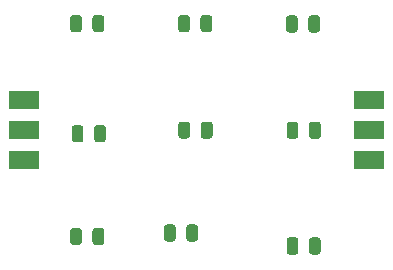
<source format=gbr>
G04 #@! TF.GenerationSoftware,KiCad,Pcbnew,5.1.9*
G04 #@! TF.CreationDate,2021-02-09T21:20:18+01:00*
G04 #@! TF.ProjectId,matrix_ws2812bmini_caps,6d617472-6978-45f7-9773-32383132626d,1*
G04 #@! TF.SameCoordinates,Original*
G04 #@! TF.FileFunction,Soldermask,Bot*
G04 #@! TF.FilePolarity,Negative*
%FSLAX46Y46*%
G04 Gerber Fmt 4.6, Leading zero omitted, Abs format (unit mm)*
G04 Created by KiCad (PCBNEW 5.1.9) date 2021-02-09 21:20:18*
%MOMM*%
%LPD*%
G01*
G04 APERTURE LIST*
%ADD10R,2.540000X1.524000*%
G04 APERTURE END LIST*
D10*
X1400000Y-13460000D03*
X1400000Y-18540000D03*
X1400000Y-16000000D03*
X30600000Y-13440000D03*
X30600000Y-18520000D03*
X30600000Y-15980000D03*
G36*
G01*
X15100000Y-25175000D02*
X15100000Y-24225000D01*
G75*
G02*
X15350000Y-23975000I250000J0D01*
G01*
X15850000Y-23975000D01*
G75*
G02*
X16100000Y-24225000I0J-250000D01*
G01*
X16100000Y-25175000D01*
G75*
G02*
X15850000Y-25425000I-250000J0D01*
G01*
X15350000Y-25425000D01*
G75*
G02*
X15100000Y-25175000I0J250000D01*
G01*
G37*
G36*
G01*
X13200000Y-25175000D02*
X13200000Y-24225000D01*
G75*
G02*
X13450000Y-23975000I250000J0D01*
G01*
X13950000Y-23975000D01*
G75*
G02*
X14200000Y-24225000I0J-250000D01*
G01*
X14200000Y-25175000D01*
G75*
G02*
X13950000Y-25425000I-250000J0D01*
G01*
X13450000Y-25425000D01*
G75*
G02*
X13200000Y-25175000I0J250000D01*
G01*
G37*
G36*
G01*
X5265001Y-7449999D02*
X5265001Y-6499999D01*
G75*
G02*
X5515001Y-6249999I250000J0D01*
G01*
X6015001Y-6249999D01*
G75*
G02*
X6265001Y-6499999I0J-250000D01*
G01*
X6265001Y-7449999D01*
G75*
G02*
X6015001Y-7699999I-250000J0D01*
G01*
X5515001Y-7699999D01*
G75*
G02*
X5265001Y-7449999I0J250000D01*
G01*
G37*
G36*
G01*
X7165001Y-7449999D02*
X7165001Y-6499999D01*
G75*
G02*
X7415001Y-6249999I250000J0D01*
G01*
X7915001Y-6249999D01*
G75*
G02*
X8165001Y-6499999I0J-250000D01*
G01*
X8165001Y-7449999D01*
G75*
G02*
X7915001Y-7699999I-250000J0D01*
G01*
X7415001Y-7699999D01*
G75*
G02*
X7165001Y-7449999I0J250000D01*
G01*
G37*
G36*
G01*
X14432500Y-16459999D02*
X14432500Y-15509999D01*
G75*
G02*
X14682500Y-15259999I250000J0D01*
G01*
X15182500Y-15259999D01*
G75*
G02*
X15432500Y-15509999I0J-250000D01*
G01*
X15432500Y-16459999D01*
G75*
G02*
X15182500Y-16709999I-250000J0D01*
G01*
X14682500Y-16709999D01*
G75*
G02*
X14432500Y-16459999I0J250000D01*
G01*
G37*
G36*
G01*
X16332500Y-16459999D02*
X16332500Y-15509999D01*
G75*
G02*
X16582500Y-15259999I250000J0D01*
G01*
X17082500Y-15259999D01*
G75*
G02*
X17332500Y-15509999I0J-250000D01*
G01*
X17332500Y-16459999D01*
G75*
G02*
X17082500Y-16709999I-250000J0D01*
G01*
X16582500Y-16709999D01*
G75*
G02*
X16332500Y-16459999I0J250000D01*
G01*
G37*
G36*
G01*
X23600000Y-26275000D02*
X23600000Y-25325000D01*
G75*
G02*
X23850000Y-25075000I250000J0D01*
G01*
X24350000Y-25075000D01*
G75*
G02*
X24600000Y-25325000I0J-250000D01*
G01*
X24600000Y-26275000D01*
G75*
G02*
X24350000Y-26525000I-250000J0D01*
G01*
X23850000Y-26525000D01*
G75*
G02*
X23600000Y-26275000I0J250000D01*
G01*
G37*
G36*
G01*
X25500000Y-26275000D02*
X25500000Y-25325000D01*
G75*
G02*
X25750000Y-25075000I250000J0D01*
G01*
X26250000Y-25075000D01*
G75*
G02*
X26500000Y-25325000I0J-250000D01*
G01*
X26500000Y-26275000D01*
G75*
G02*
X26250000Y-26525000I-250000J0D01*
G01*
X25750000Y-26525000D01*
G75*
G02*
X25500000Y-26275000I0J250000D01*
G01*
G37*
G36*
G01*
X5265001Y-25469999D02*
X5265001Y-24519999D01*
G75*
G02*
X5515001Y-24269999I250000J0D01*
G01*
X6015001Y-24269999D01*
G75*
G02*
X6265001Y-24519999I0J-250000D01*
G01*
X6265001Y-25469999D01*
G75*
G02*
X6015001Y-25719999I-250000J0D01*
G01*
X5515001Y-25719999D01*
G75*
G02*
X5265001Y-25469999I0J250000D01*
G01*
G37*
G36*
G01*
X7165001Y-25469999D02*
X7165001Y-24519999D01*
G75*
G02*
X7415001Y-24269999I250000J0D01*
G01*
X7915001Y-24269999D01*
G75*
G02*
X8165001Y-24519999I0J-250000D01*
G01*
X8165001Y-25469999D01*
G75*
G02*
X7915001Y-25719999I-250000J0D01*
G01*
X7415001Y-25719999D01*
G75*
G02*
X7165001Y-25469999I0J250000D01*
G01*
G37*
G36*
G01*
X16307500Y-7449999D02*
X16307500Y-6499999D01*
G75*
G02*
X16557500Y-6249999I250000J0D01*
G01*
X17057500Y-6249999D01*
G75*
G02*
X17307500Y-6499999I0J-250000D01*
G01*
X17307500Y-7449999D01*
G75*
G02*
X17057500Y-7699999I-250000J0D01*
G01*
X16557500Y-7699999D01*
G75*
G02*
X16307500Y-7449999I0J250000D01*
G01*
G37*
G36*
G01*
X14407500Y-7449999D02*
X14407500Y-6499999D01*
G75*
G02*
X14657500Y-6249999I250000J0D01*
G01*
X15157500Y-6249999D01*
G75*
G02*
X15407500Y-6499999I0J-250000D01*
G01*
X15407500Y-7449999D01*
G75*
G02*
X15157500Y-7699999I-250000J0D01*
G01*
X14657500Y-7699999D01*
G75*
G02*
X14407500Y-7449999I0J250000D01*
G01*
G37*
G36*
G01*
X25500000Y-16475000D02*
X25500000Y-15525000D01*
G75*
G02*
X25750000Y-15275000I250000J0D01*
G01*
X26250000Y-15275000D01*
G75*
G02*
X26500000Y-15525000I0J-250000D01*
G01*
X26500000Y-16475000D01*
G75*
G02*
X26250000Y-16725000I-250000J0D01*
G01*
X25750000Y-16725000D01*
G75*
G02*
X25500000Y-16475000I0J250000D01*
G01*
G37*
G36*
G01*
X23600000Y-16475000D02*
X23600000Y-15525000D01*
G75*
G02*
X23850000Y-15275000I250000J0D01*
G01*
X24350000Y-15275000D01*
G75*
G02*
X24600000Y-15525000I0J-250000D01*
G01*
X24600000Y-16475000D01*
G75*
G02*
X24350000Y-16725000I-250000J0D01*
G01*
X23850000Y-16725000D01*
G75*
G02*
X23600000Y-16475000I0J250000D01*
G01*
G37*
G36*
G01*
X23550000Y-7475000D02*
X23550000Y-6525000D01*
G75*
G02*
X23800000Y-6275000I250000J0D01*
G01*
X24300000Y-6275000D01*
G75*
G02*
X24550000Y-6525000I0J-250000D01*
G01*
X24550000Y-7475000D01*
G75*
G02*
X24300000Y-7725000I-250000J0D01*
G01*
X23800000Y-7725000D01*
G75*
G02*
X23550000Y-7475000I0J250000D01*
G01*
G37*
G36*
G01*
X25450000Y-7475000D02*
X25450000Y-6525000D01*
G75*
G02*
X25700000Y-6275000I250000J0D01*
G01*
X26200000Y-6275000D01*
G75*
G02*
X26450000Y-6525000I0J-250000D01*
G01*
X26450000Y-7475000D01*
G75*
G02*
X26200000Y-7725000I-250000J0D01*
G01*
X25700000Y-7725000D01*
G75*
G02*
X25450000Y-7475000I0J250000D01*
G01*
G37*
G36*
G01*
X7300000Y-16775000D02*
X7300000Y-15825000D01*
G75*
G02*
X7550000Y-15575000I250000J0D01*
G01*
X8050000Y-15575000D01*
G75*
G02*
X8300000Y-15825000I0J-250000D01*
G01*
X8300000Y-16775000D01*
G75*
G02*
X8050000Y-17025000I-250000J0D01*
G01*
X7550000Y-17025000D01*
G75*
G02*
X7300000Y-16775000I0J250000D01*
G01*
G37*
G36*
G01*
X5400000Y-16775000D02*
X5400000Y-15825000D01*
G75*
G02*
X5650000Y-15575000I250000J0D01*
G01*
X6150000Y-15575000D01*
G75*
G02*
X6400000Y-15825000I0J-250000D01*
G01*
X6400000Y-16775000D01*
G75*
G02*
X6150000Y-17025000I-250000J0D01*
G01*
X5650000Y-17025000D01*
G75*
G02*
X5400000Y-16775000I0J250000D01*
G01*
G37*
M02*

</source>
